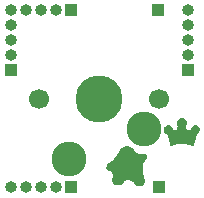
<source format=gts>
G04 #@! TF.GenerationSoftware,KiCad,Pcbnew,5.1.5*
G04 #@! TF.CreationDate,2020-05-19T10:20:19+02:00*
G04 #@! TF.ProjectId,amoeba-king,616d6f65-6261-42d6-9b69-6e672e6b6963,rev?*
G04 #@! TF.SameCoordinates,Original*
G04 #@! TF.FileFunction,Soldermask,Top*
G04 #@! TF.FilePolarity,Negative*
%FSLAX46Y46*%
G04 Gerber Fmt 4.6, Leading zero omitted, Abs format (unit mm)*
G04 Created by KiCad (PCBNEW 5.1.5) date 2020-05-19 10:20:19*
%MOMM*%
%LPD*%
G04 APERTURE LIST*
%ADD10C,0.150000*%
%ADD11C,0.131817*%
%ADD12C,3.980180*%
%ADD13C,2.950000*%
%ADD14C,1.700000*%
%ADD15R,1.000000X1.000000*%
%ADD16O,1.000000X1.000000*%
G04 APERTURE END LIST*
D10*
G36*
X77746268Y-172675889D02*
G01*
X77717170Y-172676598D01*
X77688135Y-172678726D01*
X77659163Y-172682273D01*
X77630253Y-172687238D01*
X77601407Y-172693622D01*
X77572624Y-172701425D01*
X77543904Y-172710646D01*
X77515247Y-172721286D01*
X77486653Y-172733345D01*
X77458122Y-172746822D01*
X77429655Y-172761718D01*
X77401250Y-172778033D01*
X77372909Y-172795766D01*
X77344630Y-172814917D01*
X77320225Y-172833594D01*
X77296479Y-172854622D01*
X77273452Y-172877630D01*
X77251204Y-172902249D01*
X77229795Y-172928109D01*
X77209282Y-172954841D01*
X77189727Y-172982074D01*
X77171187Y-173009439D01*
X77153724Y-173036567D01*
X77137395Y-173063087D01*
X77122260Y-173088629D01*
X77108379Y-173112824D01*
X77095812Y-173135303D01*
X77084616Y-173155694D01*
X77074853Y-173173629D01*
X77066581Y-173188738D01*
X77043263Y-173230402D01*
X77020192Y-173270649D01*
X76997368Y-173309510D01*
X76974792Y-173347014D01*
X76952465Y-173383191D01*
X76930388Y-173418069D01*
X76908561Y-173451678D01*
X76886986Y-173484048D01*
X76865662Y-173515207D01*
X76844592Y-173545186D01*
X76823776Y-173574014D01*
X76803214Y-173601720D01*
X76782908Y-173628333D01*
X76762858Y-173653884D01*
X76743065Y-173678400D01*
X76723530Y-173701912D01*
X76704253Y-173724450D01*
X76685236Y-173746042D01*
X76666480Y-173766718D01*
X76647985Y-173786507D01*
X76629751Y-173805439D01*
X76611781Y-173823543D01*
X76594074Y-173840848D01*
X76576631Y-173857385D01*
X76559454Y-173873181D01*
X76542543Y-173888268D01*
X76525899Y-173902673D01*
X76509522Y-173916427D01*
X76493414Y-173929559D01*
X76477575Y-173942098D01*
X76462007Y-173954074D01*
X76446709Y-173965516D01*
X76431684Y-173976454D01*
X76416930Y-173986916D01*
X76402451Y-173996933D01*
X76388245Y-174006533D01*
X76374315Y-174015746D01*
X76360661Y-174024602D01*
X76347283Y-174033130D01*
X76334183Y-174041359D01*
X76321361Y-174049319D01*
X76308818Y-174057039D01*
X76296555Y-174064548D01*
X76284573Y-174071876D01*
X76272873Y-174079053D01*
X76261455Y-174086107D01*
X76250320Y-174093068D01*
X76239470Y-174099966D01*
X76228904Y-174106830D01*
X76218624Y-174113688D01*
X76208630Y-174120572D01*
X76198924Y-174127509D01*
X76189506Y-174134530D01*
X76180377Y-174141664D01*
X76171538Y-174148940D01*
X76162989Y-174156388D01*
X76154732Y-174164037D01*
X76146767Y-174171916D01*
X76139095Y-174180056D01*
X76131717Y-174188484D01*
X76124634Y-174197231D01*
X76117846Y-174206326D01*
X76111355Y-174215799D01*
X76105160Y-174225678D01*
X76099264Y-174235994D01*
X76093667Y-174246775D01*
X76088369Y-174258052D01*
X76083371Y-174269852D01*
X76078675Y-174282207D01*
X76074281Y-174295145D01*
X76070189Y-174308696D01*
X76066402Y-174322888D01*
X76062918Y-174337752D01*
X76059741Y-174353317D01*
X76056869Y-174369612D01*
X76054304Y-174386667D01*
X76052047Y-174404510D01*
X76050099Y-174423173D01*
X76048460Y-174442683D01*
X76047131Y-174463070D01*
X76046114Y-174484364D01*
X76045408Y-174506593D01*
X76045015Y-174529789D01*
X76045406Y-174547751D01*
X76046522Y-174564583D01*
X76048339Y-174580326D01*
X76050835Y-174595021D01*
X76053986Y-174608710D01*
X76057768Y-174621436D01*
X76062160Y-174633239D01*
X76067138Y-174644161D01*
X76072679Y-174654244D01*
X76078760Y-174663530D01*
X76085357Y-174672060D01*
X76092448Y-174679877D01*
X76100010Y-174687021D01*
X76108019Y-174693534D01*
X76116452Y-174699459D01*
X76125287Y-174704837D01*
X76134500Y-174709709D01*
X76144069Y-174714118D01*
X76153969Y-174718104D01*
X76164179Y-174721711D01*
X76174674Y-174724978D01*
X76185432Y-174727949D01*
X76196431Y-174730664D01*
X76207646Y-174733166D01*
X76219054Y-174735496D01*
X76230633Y-174737695D01*
X76242360Y-174739807D01*
X76254211Y-174741871D01*
X76266163Y-174743931D01*
X76278193Y-174746027D01*
X76290279Y-174748201D01*
X76302397Y-174750496D01*
X76314524Y-174752952D01*
X76326637Y-174755611D01*
X76338712Y-174758516D01*
X76350728Y-174761707D01*
X76362660Y-174765227D01*
X76374485Y-174769117D01*
X76386182Y-174773419D01*
X76397725Y-174778175D01*
X76409094Y-174783426D01*
X76420263Y-174789214D01*
X76431211Y-174795580D01*
X76441913Y-174802567D01*
X76452348Y-174810216D01*
X76462492Y-174818569D01*
X76472322Y-174827667D01*
X76481814Y-174837552D01*
X76490947Y-174848266D01*
X76499696Y-174859851D01*
X76508038Y-174872348D01*
X76515952Y-174885799D01*
X76523412Y-174900246D01*
X76530397Y-174915730D01*
X76536883Y-174932292D01*
X76542848Y-174949976D01*
X76548267Y-174968822D01*
X76553119Y-174988872D01*
X76557380Y-175010168D01*
X76561026Y-175032752D01*
X76564035Y-175056665D01*
X76566384Y-175081948D01*
X76568050Y-175108644D01*
X76569009Y-175136795D01*
X76569239Y-175166441D01*
X76568716Y-175197626D01*
X76567418Y-175230389D01*
X76565321Y-175264774D01*
X76562402Y-175300821D01*
X76558638Y-175338573D01*
X76554006Y-175378071D01*
X76549353Y-175415896D01*
X76545331Y-175451190D01*
X76542085Y-175484207D01*
X76539757Y-175515200D01*
X76538492Y-175544424D01*
X76538431Y-175572131D01*
X76539720Y-175598576D01*
X76542500Y-175624013D01*
X76546917Y-175648695D01*
X76553112Y-175672876D01*
X76561230Y-175696810D01*
X76571413Y-175720750D01*
X76583806Y-175744951D01*
X76598551Y-175769667D01*
X76615792Y-175795150D01*
X76634343Y-175819838D01*
X76653745Y-175842824D01*
X76673999Y-175864107D01*
X76695104Y-175883688D01*
X76717060Y-175901566D01*
X76739867Y-175917741D01*
X76763526Y-175932214D01*
X76788036Y-175944984D01*
X76813398Y-175956052D01*
X76839611Y-175965416D01*
X76866675Y-175973078D01*
X76894590Y-175979038D01*
X76923357Y-175983295D01*
X76952975Y-175985849D01*
X76983445Y-175986700D01*
X77051415Y-175986700D01*
X77083076Y-175985934D01*
X77114022Y-175983636D01*
X77144252Y-175979807D01*
X77173768Y-175974445D01*
X77202569Y-175967551D01*
X77230655Y-175959126D01*
X77258026Y-175949168D01*
X77284682Y-175937678D01*
X77310623Y-175924657D01*
X77335850Y-175910103D01*
X77360362Y-175894017D01*
X77385294Y-175876098D01*
X77408187Y-175856943D01*
X77429041Y-175836551D01*
X77447857Y-175814924D01*
X77464633Y-175792061D01*
X77479370Y-175767962D01*
X77492068Y-175742627D01*
X77502726Y-175716057D01*
X77511346Y-175688251D01*
X77517927Y-175659209D01*
X77542578Y-175643685D01*
X77567500Y-175629314D01*
X77592676Y-175616099D01*
X77618090Y-175604042D01*
X77643727Y-175593148D01*
X77669571Y-175583418D01*
X77695607Y-175574854D01*
X77721817Y-175567460D01*
X77748187Y-175561239D01*
X77774701Y-175556192D01*
X77801343Y-175552324D01*
X77828098Y-175549635D01*
X77854949Y-175548130D01*
X77881880Y-175547810D01*
X77908877Y-175548679D01*
X77935923Y-175550739D01*
X77963002Y-175553993D01*
X77990099Y-175558444D01*
X78017198Y-175564093D01*
X78044283Y-175570945D01*
X78071338Y-175579001D01*
X78098348Y-175588265D01*
X78125296Y-175598738D01*
X78152168Y-175610424D01*
X78178947Y-175623326D01*
X78205617Y-175637445D01*
X78232163Y-175652786D01*
X78258569Y-175669350D01*
X78284819Y-175687140D01*
X78310897Y-175706158D01*
X78336788Y-175726409D01*
X78362476Y-175747893D01*
X78368501Y-175774618D01*
X78376689Y-175800415D01*
X78387039Y-175825286D01*
X78399552Y-175849230D01*
X78414227Y-175872247D01*
X78431064Y-175894337D01*
X78450065Y-175915501D01*
X78471227Y-175935737D01*
X78494553Y-175955047D01*
X78520041Y-175973430D01*
X78544974Y-175991039D01*
X78570338Y-176006795D01*
X78596135Y-176020698D01*
X78622365Y-176032747D01*
X78649027Y-176042942D01*
X78676122Y-176051283D01*
X78703650Y-176057771D01*
X78731609Y-176062405D01*
X78760002Y-176065185D01*
X78788827Y-176066112D01*
X78856797Y-176066112D01*
X78886909Y-176065233D01*
X78916280Y-176062597D01*
X78944909Y-176058203D01*
X78972797Y-176052052D01*
X78999944Y-176044143D01*
X79026349Y-176034476D01*
X79052012Y-176023052D01*
X79076934Y-176009870D01*
X79101114Y-175994931D01*
X79124553Y-175978234D01*
X79147251Y-175959779D01*
X79169207Y-175939567D01*
X79190421Y-175917598D01*
X79210895Y-175893870D01*
X79230626Y-175868386D01*
X79248029Y-175843809D01*
X79263918Y-175820850D01*
X79278191Y-175799042D01*
X79290747Y-175777919D01*
X79301483Y-175757015D01*
X79310296Y-175735864D01*
X79317085Y-175713999D01*
X79321747Y-175690955D01*
X79324180Y-175666266D01*
X79324281Y-175639466D01*
X79321949Y-175610088D01*
X79317080Y-175577667D01*
X79309573Y-175541737D01*
X79299326Y-175501831D01*
X79286236Y-175457483D01*
X79270862Y-175407373D01*
X79256277Y-175358366D01*
X79242468Y-175310448D01*
X79229422Y-175263603D01*
X79217126Y-175217819D01*
X79205566Y-175173079D01*
X79194729Y-175129371D01*
X79184602Y-175086678D01*
X79175171Y-175044988D01*
X79166423Y-175004284D01*
X79158345Y-174964554D01*
X79150924Y-174925783D01*
X79144146Y-174887955D01*
X79137998Y-174851057D01*
X79132467Y-174815074D01*
X79127539Y-174779991D01*
X79123202Y-174745795D01*
X79119441Y-174712471D01*
X79116244Y-174680004D01*
X79113597Y-174648380D01*
X79111488Y-174617584D01*
X79109902Y-174587602D01*
X79108827Y-174558420D01*
X79108249Y-174530023D01*
X79108155Y-174502396D01*
X79108532Y-174475526D01*
X79109366Y-174449397D01*
X79110644Y-174423996D01*
X79112353Y-174399307D01*
X79114480Y-174375317D01*
X79117011Y-174352010D01*
X79119932Y-174329373D01*
X79123232Y-174307391D01*
X79126896Y-174286049D01*
X79130912Y-174265334D01*
X79135265Y-174245230D01*
X79139943Y-174225723D01*
X79144932Y-174206799D01*
X79150219Y-174188443D01*
X79155791Y-174170641D01*
X79161635Y-174153378D01*
X79167736Y-174136640D01*
X79174083Y-174120413D01*
X79180661Y-174104682D01*
X79187458Y-174089432D01*
X79194460Y-174074649D01*
X79201654Y-174060319D01*
X79209026Y-174046427D01*
X79216564Y-174032958D01*
X79224253Y-174019899D01*
X79232082Y-174007235D01*
X79240035Y-173994951D01*
X79248101Y-173983033D01*
X79256266Y-173971467D01*
X79264516Y-173960237D01*
X79272839Y-173949331D01*
X79281221Y-173938732D01*
X79289648Y-173928426D01*
X79298108Y-173918400D01*
X79306588Y-173908639D01*
X79315073Y-173899128D01*
X79323551Y-173889853D01*
X79332008Y-173880799D01*
X79340431Y-173871952D01*
X79348807Y-173863298D01*
X79357123Y-173854821D01*
X79365365Y-173846508D01*
X79373520Y-173838345D01*
X79381574Y-173830315D01*
X79389515Y-173822407D01*
X79397330Y-173814603D01*
X79405004Y-173806891D01*
X79412524Y-173799256D01*
X79419878Y-173791684D01*
X79427052Y-173784159D01*
X79434033Y-173776668D01*
X79440807Y-173769195D01*
X79447362Y-173761728D01*
X79453683Y-173754250D01*
X79459758Y-173746748D01*
X79465574Y-173739208D01*
X79471116Y-173731614D01*
X79476372Y-173723952D01*
X79481329Y-173716208D01*
X79485973Y-173708368D01*
X79490291Y-173700416D01*
X79494270Y-173692339D01*
X79497896Y-173684123D01*
X79501156Y-173675751D01*
X79504037Y-173667211D01*
X79506526Y-173658488D01*
X79508609Y-173649566D01*
X79510273Y-173640433D01*
X79511505Y-173631072D01*
X79512291Y-173621471D01*
X79512618Y-173611614D01*
X79512473Y-173601487D01*
X79511843Y-173591076D01*
X79510715Y-173580365D01*
X79509074Y-173569341D01*
X79506908Y-173557990D01*
X79504204Y-173546296D01*
X79500947Y-173534245D01*
X79497126Y-173521823D01*
X79492727Y-173509015D01*
X79482454Y-173482742D01*
X79471365Y-173458495D01*
X79459488Y-173436195D01*
X79446848Y-173415768D01*
X79433474Y-173397137D01*
X79419393Y-173380225D01*
X79404631Y-173364955D01*
X79389216Y-173351252D01*
X79373176Y-173339038D01*
X79356537Y-173328236D01*
X79339327Y-173318772D01*
X79321573Y-173310567D01*
X79303302Y-173303546D01*
X79284541Y-173297632D01*
X79265317Y-173292748D01*
X79245658Y-173288818D01*
X79225591Y-173285766D01*
X79205143Y-173283514D01*
X79184342Y-173281987D01*
X79163214Y-173281107D01*
X79141786Y-173280798D01*
X79120087Y-173280985D01*
X79098142Y-173281589D01*
X79075980Y-173282536D01*
X79053627Y-173283747D01*
X79031111Y-173285147D01*
X79008459Y-173286659D01*
X78985698Y-173288207D01*
X78962855Y-173289714D01*
X78939958Y-173291104D01*
X78917034Y-173292299D01*
X78894109Y-173293224D01*
X78871212Y-173293802D01*
X78848368Y-173293957D01*
X78825607Y-173293611D01*
X78802954Y-173292689D01*
X78780437Y-173291114D01*
X78758083Y-173288809D01*
X78735919Y-173285698D01*
X78713973Y-173281704D01*
X78692272Y-173276751D01*
X78670843Y-173270762D01*
X78649713Y-173263662D01*
X78628909Y-173255372D01*
X78608458Y-173245817D01*
X78588389Y-173234920D01*
X78568727Y-173222605D01*
X78549501Y-173208795D01*
X78530737Y-173193414D01*
X78512462Y-173176385D01*
X78500809Y-173163259D01*
X78488229Y-173146422D01*
X78474708Y-173126369D01*
X78460234Y-173103593D01*
X78444793Y-173078590D01*
X78428373Y-173051855D01*
X78410961Y-173023882D01*
X78392544Y-172995166D01*
X78373109Y-172966202D01*
X78352643Y-172937485D01*
X78331134Y-172909509D01*
X78308568Y-172882770D01*
X78284934Y-172857761D01*
X78260217Y-172834979D01*
X78234405Y-172814916D01*
X78205717Y-172795765D01*
X78177029Y-172778032D01*
X78148341Y-172761717D01*
X78119653Y-172746821D01*
X78090965Y-172733344D01*
X78062277Y-172721285D01*
X78033590Y-172710645D01*
X78004902Y-172701424D01*
X77976214Y-172693621D01*
X77947527Y-172687237D01*
X77918839Y-172682272D01*
X77890151Y-172678725D01*
X77861463Y-172676597D01*
X77832775Y-172675888D01*
X77746268Y-172675889D01*
G37*
D11*
G36*
X82429201Y-170359886D02*
G01*
X82404827Y-170360781D01*
X82380940Y-170363427D01*
X82357602Y-170367758D01*
X82334876Y-170373713D01*
X82312827Y-170381228D01*
X82291517Y-170390240D01*
X82271009Y-170400686D01*
X82251367Y-170412502D01*
X82232653Y-170425626D01*
X82214931Y-170439994D01*
X82198264Y-170455543D01*
X82182715Y-170472210D01*
X82168347Y-170489932D01*
X82155223Y-170508646D01*
X82143406Y-170528289D01*
X82132961Y-170548796D01*
X82123949Y-170570107D01*
X82116434Y-170592156D01*
X82110479Y-170614881D01*
X82106147Y-170638219D01*
X82103502Y-170662107D01*
X82102606Y-170686481D01*
X82103662Y-170712493D01*
X82106763Y-170738196D01*
X82111868Y-170763476D01*
X82118933Y-170788220D01*
X82127917Y-170812313D01*
X82138777Y-170835642D01*
X82151470Y-170858093D01*
X82165955Y-170879552D01*
X82182188Y-170899904D01*
X82176454Y-170926738D01*
X82170666Y-170953641D01*
X82164765Y-170980526D01*
X82158691Y-171007310D01*
X82152384Y-171033906D01*
X82145784Y-171060228D01*
X82138832Y-171086191D01*
X82131469Y-171111709D01*
X82123634Y-171136696D01*
X82115267Y-171161068D01*
X82106310Y-171184737D01*
X82096703Y-171207620D01*
X82086385Y-171229629D01*
X82075296Y-171250679D01*
X82063379Y-171270685D01*
X82050572Y-171289562D01*
X82036816Y-171307222D01*
X82022051Y-171323582D01*
X82006218Y-171338554D01*
X81989257Y-171352054D01*
X81971108Y-171363996D01*
X81951711Y-171374294D01*
X81917367Y-171385626D01*
X81885451Y-171393650D01*
X81855827Y-171398624D01*
X81828357Y-171400806D01*
X81802905Y-171400453D01*
X81779333Y-171397822D01*
X81757505Y-171393172D01*
X81737284Y-171386759D01*
X81718532Y-171378840D01*
X81701113Y-171369675D01*
X81684889Y-171359519D01*
X81669725Y-171348630D01*
X81655482Y-171337266D01*
X81642023Y-171325685D01*
X81629213Y-171314144D01*
X81616913Y-171302899D01*
X81604986Y-171292210D01*
X81593297Y-171282332D01*
X81581707Y-171273525D01*
X81580707Y-171248773D01*
X81577757Y-171224573D01*
X81572936Y-171201001D01*
X81566322Y-171178136D01*
X81557991Y-171156055D01*
X81548022Y-171134835D01*
X81536492Y-171114555D01*
X81523479Y-171095292D01*
X81509061Y-171077123D01*
X81493315Y-171060127D01*
X81476319Y-171044381D01*
X81458150Y-171029963D01*
X81438887Y-171016950D01*
X81418607Y-171005420D01*
X81397387Y-170995451D01*
X81375306Y-170987120D01*
X81352441Y-170980505D01*
X81328869Y-170975685D01*
X81304668Y-170972735D01*
X81279917Y-170971735D01*
X81255165Y-170972735D01*
X81230965Y-170975685D01*
X81207393Y-170980505D01*
X81184528Y-170987120D01*
X81162446Y-170995451D01*
X81141227Y-171005420D01*
X81120947Y-171016950D01*
X81101683Y-171029963D01*
X81083515Y-171044381D01*
X81066519Y-171060127D01*
X81050773Y-171077123D01*
X81036355Y-171095292D01*
X81023342Y-171114555D01*
X81011812Y-171134835D01*
X81001843Y-171156055D01*
X80993512Y-171178136D01*
X80986897Y-171201001D01*
X80982076Y-171224573D01*
X80979127Y-171248773D01*
X80978127Y-171273525D01*
X80979127Y-171298276D01*
X80982076Y-171322477D01*
X80986897Y-171346049D01*
X80993512Y-171368914D01*
X81001843Y-171390995D01*
X81011812Y-171412215D01*
X81023342Y-171432495D01*
X81036355Y-171451758D01*
X81050773Y-171469927D01*
X81066519Y-171486923D01*
X81083515Y-171502669D01*
X81101683Y-171517087D01*
X81120947Y-171530100D01*
X81141227Y-171541630D01*
X81162446Y-171551599D01*
X81184528Y-171559930D01*
X81207393Y-171566545D01*
X81230965Y-171571365D01*
X81255165Y-171574315D01*
X81279917Y-171575315D01*
X81295163Y-171607310D01*
X81306809Y-171633836D01*
X81315417Y-171655756D01*
X81321548Y-171673937D01*
X81325765Y-171689243D01*
X81328628Y-171702539D01*
X81330699Y-171714691D01*
X81332540Y-171726562D01*
X81334713Y-171739018D01*
X81337778Y-171752925D01*
X81342298Y-171769146D01*
X81348834Y-171788547D01*
X81357948Y-171811993D01*
X81362766Y-171837601D01*
X81368029Y-171863925D01*
X81373697Y-171890881D01*
X81379728Y-171918384D01*
X81386082Y-171946350D01*
X81392716Y-171974692D01*
X81399590Y-172003327D01*
X81406663Y-172032169D01*
X81413893Y-172061134D01*
X81421239Y-172090136D01*
X81428659Y-172119092D01*
X81436113Y-172147915D01*
X81443559Y-172176521D01*
X81450956Y-172204826D01*
X81458263Y-172232744D01*
X81465438Y-172260190D01*
X81472440Y-172287080D01*
X81479228Y-172313329D01*
X81485761Y-172338851D01*
X81491997Y-172363563D01*
X81497895Y-172387378D01*
X81503414Y-172410213D01*
X81508512Y-172431982D01*
X81513149Y-172452600D01*
X81517283Y-172471983D01*
X81520872Y-172490046D01*
X81523877Y-172506703D01*
X81526254Y-172521871D01*
X81527964Y-172535463D01*
X81552744Y-172527915D01*
X81577106Y-172520458D01*
X81601092Y-172513101D01*
X81624740Y-172505854D01*
X81648091Y-172498725D01*
X81671184Y-172491722D01*
X81694058Y-172484855D01*
X81716755Y-172478133D01*
X81739313Y-172471564D01*
X81761772Y-172465157D01*
X81784172Y-172458921D01*
X81806553Y-172452866D01*
X81828955Y-172446998D01*
X81851417Y-172441329D01*
X81873979Y-172435865D01*
X81896681Y-172430617D01*
X81919562Y-172425593D01*
X81942663Y-172420802D01*
X81966023Y-172416252D01*
X81989683Y-172411953D01*
X82013681Y-172407913D01*
X82038057Y-172404142D01*
X82062852Y-172400647D01*
X82088105Y-172397439D01*
X82113856Y-172394525D01*
X82140144Y-172391914D01*
X82167010Y-172389616D01*
X82194493Y-172387639D01*
X82222633Y-172385992D01*
X82251470Y-172384684D01*
X82281043Y-172383723D01*
X82311393Y-172383119D01*
X82342558Y-172382881D01*
X82374580Y-172383016D01*
X82407497Y-172383535D01*
X82439180Y-172383847D01*
X82470240Y-172384406D01*
X82500700Y-172385209D01*
X82530583Y-172386254D01*
X82559910Y-172387537D01*
X82588706Y-172389056D01*
X82616992Y-172390810D01*
X82644792Y-172392795D01*
X82672129Y-172395010D01*
X82699025Y-172397451D01*
X82725502Y-172400116D01*
X82751584Y-172403003D01*
X82777294Y-172406110D01*
X82802654Y-172409433D01*
X82827687Y-172412971D01*
X82852416Y-172416721D01*
X82876864Y-172420681D01*
X82901052Y-172424848D01*
X82925006Y-172429219D01*
X82948746Y-172433792D01*
X82972295Y-172438566D01*
X82995678Y-172443537D01*
X83018915Y-172448702D01*
X83042031Y-172454060D01*
X83065048Y-172459608D01*
X83087988Y-172465344D01*
X83110875Y-172471265D01*
X83133731Y-172477368D01*
X83156578Y-172483652D01*
X83179441Y-172490113D01*
X83202341Y-172496750D01*
X83225302Y-172503559D01*
X83248345Y-172510539D01*
X83271495Y-172517687D01*
X83294773Y-172525001D01*
X83318203Y-172532477D01*
X83341807Y-172540114D01*
X83344335Y-172525936D01*
X83347771Y-172510307D01*
X83352051Y-172493305D01*
X83357112Y-172475011D01*
X83362889Y-172455504D01*
X83369320Y-172434863D01*
X83376340Y-172413167D01*
X83383887Y-172390496D01*
X83391897Y-172366929D01*
X83400305Y-172342545D01*
X83409050Y-172317424D01*
X83418066Y-172291644D01*
X83427291Y-172265285D01*
X83436661Y-172238427D01*
X83446112Y-172211149D01*
X83455582Y-172183530D01*
X83465005Y-172155649D01*
X83474320Y-172127586D01*
X83483462Y-172099419D01*
X83492367Y-172071229D01*
X83500973Y-172043094D01*
X83509215Y-172015095D01*
X83517030Y-171987309D01*
X83524355Y-171959817D01*
X83531126Y-171932697D01*
X83537279Y-171906030D01*
X83542751Y-171879894D01*
X83547479Y-171854368D01*
X83554597Y-171822179D01*
X83561665Y-171792340D01*
X83568694Y-171764731D01*
X83575692Y-171739233D01*
X83582671Y-171715727D01*
X83589640Y-171694094D01*
X83596610Y-171674214D01*
X83603590Y-171655970D01*
X83610591Y-171639240D01*
X83617622Y-171623907D01*
X83624694Y-171609851D01*
X83631817Y-171596953D01*
X83639001Y-171585093D01*
X83646256Y-171574153D01*
X83653591Y-171564014D01*
X83661018Y-171554556D01*
X83668547Y-171545660D01*
X83676186Y-171537207D01*
X83683947Y-171529077D01*
X83691840Y-171521153D01*
X83699873Y-171513313D01*
X83708059Y-171505441D01*
X83716406Y-171497415D01*
X83724925Y-171489117D01*
X83733626Y-171480428D01*
X83742519Y-171471229D01*
X83751614Y-171461400D01*
X83760921Y-171450823D01*
X83770450Y-171439378D01*
X83780211Y-171426946D01*
X83790215Y-171413407D01*
X83800471Y-171398644D01*
X83810990Y-171382536D01*
X83821781Y-171364964D01*
X83832855Y-171345810D01*
X83844222Y-171324954D01*
X83855891Y-171302277D01*
X83867873Y-171277659D01*
X83866873Y-171252908D01*
X83863924Y-171228707D01*
X83859103Y-171205135D01*
X83852488Y-171182270D01*
X83844157Y-171160189D01*
X83834188Y-171138969D01*
X83822658Y-171118689D01*
X83809645Y-171099426D01*
X83795227Y-171081257D01*
X83779481Y-171064261D01*
X83762485Y-171048515D01*
X83744317Y-171034097D01*
X83725053Y-171021084D01*
X83704773Y-171009554D01*
X83683554Y-170999585D01*
X83661472Y-170991254D01*
X83638607Y-170984640D01*
X83615035Y-170979819D01*
X83590835Y-170976869D01*
X83566083Y-170975869D01*
X83541332Y-170976869D01*
X83517131Y-170979819D01*
X83493559Y-170984640D01*
X83470694Y-170991254D01*
X83448613Y-170999585D01*
X83427393Y-171009554D01*
X83407113Y-171021084D01*
X83387850Y-171034097D01*
X83369681Y-171048515D01*
X83352685Y-171064261D01*
X83336939Y-171081257D01*
X83322521Y-171099426D01*
X83309508Y-171118689D01*
X83297978Y-171138969D01*
X83288009Y-171160189D01*
X83279678Y-171182270D01*
X83273064Y-171205135D01*
X83268243Y-171228707D01*
X83265293Y-171252908D01*
X83264293Y-171277659D01*
X83263198Y-171302304D01*
X83259579Y-171323960D01*
X83253596Y-171342797D01*
X83245412Y-171358989D01*
X83235186Y-171372706D01*
X83223079Y-171384120D01*
X83209253Y-171393404D01*
X83193868Y-171400728D01*
X83177086Y-171406266D01*
X83159067Y-171410189D01*
X83139972Y-171412668D01*
X83119963Y-171413875D01*
X83099199Y-171413983D01*
X83077843Y-171413163D01*
X83056054Y-171411587D01*
X83033994Y-171409427D01*
X83011825Y-171406854D01*
X82989706Y-171404041D01*
X82967798Y-171401159D01*
X82946264Y-171398380D01*
X82925262Y-171395876D01*
X82904956Y-171393819D01*
X82885505Y-171392381D01*
X82866984Y-171381819D01*
X82849737Y-171369725D01*
X82833702Y-171356178D01*
X82818821Y-171341254D01*
X82805035Y-171325032D01*
X82792283Y-171307589D01*
X82780507Y-171289003D01*
X82769647Y-171269350D01*
X82759643Y-171248709D01*
X82750436Y-171227158D01*
X82741966Y-171204773D01*
X82734175Y-171181632D01*
X82727002Y-171157813D01*
X82720388Y-171133393D01*
X82714274Y-171108451D01*
X82708600Y-171083063D01*
X82703307Y-171057307D01*
X82698336Y-171031261D01*
X82693626Y-171005001D01*
X82689118Y-170978607D01*
X82684754Y-170952155D01*
X82680472Y-170925723D01*
X82676215Y-170899388D01*
X82692414Y-170879082D01*
X82706872Y-170857675D01*
X82719547Y-170835280D01*
X82730397Y-170812009D01*
X82739381Y-170787976D01*
X82746455Y-170763293D01*
X82751577Y-170738075D01*
X82754705Y-170712433D01*
X82755797Y-170686481D01*
X82754901Y-170662107D01*
X82752256Y-170638219D01*
X82747924Y-170614881D01*
X82741969Y-170592156D01*
X82734454Y-170570107D01*
X82725442Y-170548796D01*
X82714997Y-170528289D01*
X82703180Y-170508646D01*
X82690057Y-170489932D01*
X82675689Y-170472210D01*
X82660139Y-170455543D01*
X82643472Y-170439994D01*
X82625750Y-170425626D01*
X82607036Y-170412502D01*
X82587394Y-170400686D01*
X82566886Y-170390240D01*
X82545576Y-170381228D01*
X82523527Y-170373713D01*
X82500802Y-170367758D01*
X82477464Y-170363427D01*
X82453576Y-170360781D01*
X82429202Y-170359886D01*
X82429201Y-170359886D01*
G37*
X82429201Y-170359886D02*
X82404827Y-170360781D01*
X82380940Y-170363427D01*
X82357602Y-170367758D01*
X82334876Y-170373713D01*
X82312827Y-170381228D01*
X82291517Y-170390240D01*
X82271009Y-170400686D01*
X82251367Y-170412502D01*
X82232653Y-170425626D01*
X82214931Y-170439994D01*
X82198264Y-170455543D01*
X82182715Y-170472210D01*
X82168347Y-170489932D01*
X82155223Y-170508646D01*
X82143406Y-170528289D01*
X82132961Y-170548796D01*
X82123949Y-170570107D01*
X82116434Y-170592156D01*
X82110479Y-170614881D01*
X82106147Y-170638219D01*
X82103502Y-170662107D01*
X82102606Y-170686481D01*
X82103662Y-170712493D01*
X82106763Y-170738196D01*
X82111868Y-170763476D01*
X82118933Y-170788220D01*
X82127917Y-170812313D01*
X82138777Y-170835642D01*
X82151470Y-170858093D01*
X82165955Y-170879552D01*
X82182188Y-170899904D01*
X82176454Y-170926738D01*
X82170666Y-170953641D01*
X82164765Y-170980526D01*
X82158691Y-171007310D01*
X82152384Y-171033906D01*
X82145784Y-171060228D01*
X82138832Y-171086191D01*
X82131469Y-171111709D01*
X82123634Y-171136696D01*
X82115267Y-171161068D01*
X82106310Y-171184737D01*
X82096703Y-171207620D01*
X82086385Y-171229629D01*
X82075296Y-171250679D01*
X82063379Y-171270685D01*
X82050572Y-171289562D01*
X82036816Y-171307222D01*
X82022051Y-171323582D01*
X82006218Y-171338554D01*
X81989257Y-171352054D01*
X81971108Y-171363996D01*
X81951711Y-171374294D01*
X81917367Y-171385626D01*
X81885451Y-171393650D01*
X81855827Y-171398624D01*
X81828357Y-171400806D01*
X81802905Y-171400453D01*
X81779333Y-171397822D01*
X81757505Y-171393172D01*
X81737284Y-171386759D01*
X81718532Y-171378840D01*
X81701113Y-171369675D01*
X81684889Y-171359519D01*
X81669725Y-171348630D01*
X81655482Y-171337266D01*
X81642023Y-171325685D01*
X81629213Y-171314144D01*
X81616913Y-171302899D01*
X81604986Y-171292210D01*
X81593297Y-171282332D01*
X81581707Y-171273525D01*
X81580707Y-171248773D01*
X81577757Y-171224573D01*
X81572936Y-171201001D01*
X81566322Y-171178136D01*
X81557991Y-171156055D01*
X81548022Y-171134835D01*
X81536492Y-171114555D01*
X81523479Y-171095292D01*
X81509061Y-171077123D01*
X81493315Y-171060127D01*
X81476319Y-171044381D01*
X81458150Y-171029963D01*
X81438887Y-171016950D01*
X81418607Y-171005420D01*
X81397387Y-170995451D01*
X81375306Y-170987120D01*
X81352441Y-170980505D01*
X81328869Y-170975685D01*
X81304668Y-170972735D01*
X81279917Y-170971735D01*
X81255165Y-170972735D01*
X81230965Y-170975685D01*
X81207393Y-170980505D01*
X81184528Y-170987120D01*
X81162446Y-170995451D01*
X81141227Y-171005420D01*
X81120947Y-171016950D01*
X81101683Y-171029963D01*
X81083515Y-171044381D01*
X81066519Y-171060127D01*
X81050773Y-171077123D01*
X81036355Y-171095292D01*
X81023342Y-171114555D01*
X81011812Y-171134835D01*
X81001843Y-171156055D01*
X80993512Y-171178136D01*
X80986897Y-171201001D01*
X80982076Y-171224573D01*
X80979127Y-171248773D01*
X80978127Y-171273525D01*
X80979127Y-171298276D01*
X80982076Y-171322477D01*
X80986897Y-171346049D01*
X80993512Y-171368914D01*
X81001843Y-171390995D01*
X81011812Y-171412215D01*
X81023342Y-171432495D01*
X81036355Y-171451758D01*
X81050773Y-171469927D01*
X81066519Y-171486923D01*
X81083515Y-171502669D01*
X81101683Y-171517087D01*
X81120947Y-171530100D01*
X81141227Y-171541630D01*
X81162446Y-171551599D01*
X81184528Y-171559930D01*
X81207393Y-171566545D01*
X81230965Y-171571365D01*
X81255165Y-171574315D01*
X81279917Y-171575315D01*
X81295163Y-171607310D01*
X81306809Y-171633836D01*
X81315417Y-171655756D01*
X81321548Y-171673937D01*
X81325765Y-171689243D01*
X81328628Y-171702539D01*
X81330699Y-171714691D01*
X81332540Y-171726562D01*
X81334713Y-171739018D01*
X81337778Y-171752925D01*
X81342298Y-171769146D01*
X81348834Y-171788547D01*
X81357948Y-171811993D01*
X81362766Y-171837601D01*
X81368029Y-171863925D01*
X81373697Y-171890881D01*
X81379728Y-171918384D01*
X81386082Y-171946350D01*
X81392716Y-171974692D01*
X81399590Y-172003327D01*
X81406663Y-172032169D01*
X81413893Y-172061134D01*
X81421239Y-172090136D01*
X81428659Y-172119092D01*
X81436113Y-172147915D01*
X81443559Y-172176521D01*
X81450956Y-172204826D01*
X81458263Y-172232744D01*
X81465438Y-172260190D01*
X81472440Y-172287080D01*
X81479228Y-172313329D01*
X81485761Y-172338851D01*
X81491997Y-172363563D01*
X81497895Y-172387378D01*
X81503414Y-172410213D01*
X81508512Y-172431982D01*
X81513149Y-172452600D01*
X81517283Y-172471983D01*
X81520872Y-172490046D01*
X81523877Y-172506703D01*
X81526254Y-172521871D01*
X81527964Y-172535463D01*
X81552744Y-172527915D01*
X81577106Y-172520458D01*
X81601092Y-172513101D01*
X81624740Y-172505854D01*
X81648091Y-172498725D01*
X81671184Y-172491722D01*
X81694058Y-172484855D01*
X81716755Y-172478133D01*
X81739313Y-172471564D01*
X81761772Y-172465157D01*
X81784172Y-172458921D01*
X81806553Y-172452866D01*
X81828955Y-172446998D01*
X81851417Y-172441329D01*
X81873979Y-172435865D01*
X81896681Y-172430617D01*
X81919562Y-172425593D01*
X81942663Y-172420802D01*
X81966023Y-172416252D01*
X81989683Y-172411953D01*
X82013681Y-172407913D01*
X82038057Y-172404142D01*
X82062852Y-172400647D01*
X82088105Y-172397439D01*
X82113856Y-172394525D01*
X82140144Y-172391914D01*
X82167010Y-172389616D01*
X82194493Y-172387639D01*
X82222633Y-172385992D01*
X82251470Y-172384684D01*
X82281043Y-172383723D01*
X82311393Y-172383119D01*
X82342558Y-172382881D01*
X82374580Y-172383016D01*
X82407497Y-172383535D01*
X82439180Y-172383847D01*
X82470240Y-172384406D01*
X82500700Y-172385209D01*
X82530583Y-172386254D01*
X82559910Y-172387537D01*
X82588706Y-172389056D01*
X82616992Y-172390810D01*
X82644792Y-172392795D01*
X82672129Y-172395010D01*
X82699025Y-172397451D01*
X82725502Y-172400116D01*
X82751584Y-172403003D01*
X82777294Y-172406110D01*
X82802654Y-172409433D01*
X82827687Y-172412971D01*
X82852416Y-172416721D01*
X82876864Y-172420681D01*
X82901052Y-172424848D01*
X82925006Y-172429219D01*
X82948746Y-172433792D01*
X82972295Y-172438566D01*
X82995678Y-172443537D01*
X83018915Y-172448702D01*
X83042031Y-172454060D01*
X83065048Y-172459608D01*
X83087988Y-172465344D01*
X83110875Y-172471265D01*
X83133731Y-172477368D01*
X83156578Y-172483652D01*
X83179441Y-172490113D01*
X83202341Y-172496750D01*
X83225302Y-172503559D01*
X83248345Y-172510539D01*
X83271495Y-172517687D01*
X83294773Y-172525001D01*
X83318203Y-172532477D01*
X83341807Y-172540114D01*
X83344335Y-172525936D01*
X83347771Y-172510307D01*
X83352051Y-172493305D01*
X83357112Y-172475011D01*
X83362889Y-172455504D01*
X83369320Y-172434863D01*
X83376340Y-172413167D01*
X83383887Y-172390496D01*
X83391897Y-172366929D01*
X83400305Y-172342545D01*
X83409050Y-172317424D01*
X83418066Y-172291644D01*
X83427291Y-172265285D01*
X83436661Y-172238427D01*
X83446112Y-172211149D01*
X83455582Y-172183530D01*
X83465005Y-172155649D01*
X83474320Y-172127586D01*
X83483462Y-172099419D01*
X83492367Y-172071229D01*
X83500973Y-172043094D01*
X83509215Y-172015095D01*
X83517030Y-171987309D01*
X83524355Y-171959817D01*
X83531126Y-171932697D01*
X83537279Y-171906030D01*
X83542751Y-171879894D01*
X83547479Y-171854368D01*
X83554597Y-171822179D01*
X83561665Y-171792340D01*
X83568694Y-171764731D01*
X83575692Y-171739233D01*
X83582671Y-171715727D01*
X83589640Y-171694094D01*
X83596610Y-171674214D01*
X83603590Y-171655970D01*
X83610591Y-171639240D01*
X83617622Y-171623907D01*
X83624694Y-171609851D01*
X83631817Y-171596953D01*
X83639001Y-171585093D01*
X83646256Y-171574153D01*
X83653591Y-171564014D01*
X83661018Y-171554556D01*
X83668547Y-171545660D01*
X83676186Y-171537207D01*
X83683947Y-171529077D01*
X83691840Y-171521153D01*
X83699873Y-171513313D01*
X83708059Y-171505441D01*
X83716406Y-171497415D01*
X83724925Y-171489117D01*
X83733626Y-171480428D01*
X83742519Y-171471229D01*
X83751614Y-171461400D01*
X83760921Y-171450823D01*
X83770450Y-171439378D01*
X83780211Y-171426946D01*
X83790215Y-171413407D01*
X83800471Y-171398644D01*
X83810990Y-171382536D01*
X83821781Y-171364964D01*
X83832855Y-171345810D01*
X83844222Y-171324954D01*
X83855891Y-171302277D01*
X83867873Y-171277659D01*
X83866873Y-171252908D01*
X83863924Y-171228707D01*
X83859103Y-171205135D01*
X83852488Y-171182270D01*
X83844157Y-171160189D01*
X83834188Y-171138969D01*
X83822658Y-171118689D01*
X83809645Y-171099426D01*
X83795227Y-171081257D01*
X83779481Y-171064261D01*
X83762485Y-171048515D01*
X83744317Y-171034097D01*
X83725053Y-171021084D01*
X83704773Y-171009554D01*
X83683554Y-170999585D01*
X83661472Y-170991254D01*
X83638607Y-170984640D01*
X83615035Y-170979819D01*
X83590835Y-170976869D01*
X83566083Y-170975869D01*
X83541332Y-170976869D01*
X83517131Y-170979819D01*
X83493559Y-170984640D01*
X83470694Y-170991254D01*
X83448613Y-170999585D01*
X83427393Y-171009554D01*
X83407113Y-171021084D01*
X83387850Y-171034097D01*
X83369681Y-171048515D01*
X83352685Y-171064261D01*
X83336939Y-171081257D01*
X83322521Y-171099426D01*
X83309508Y-171118689D01*
X83297978Y-171138969D01*
X83288009Y-171160189D01*
X83279678Y-171182270D01*
X83273064Y-171205135D01*
X83268243Y-171228707D01*
X83265293Y-171252908D01*
X83264293Y-171277659D01*
X83263198Y-171302304D01*
X83259579Y-171323960D01*
X83253596Y-171342797D01*
X83245412Y-171358989D01*
X83235186Y-171372706D01*
X83223079Y-171384120D01*
X83209253Y-171393404D01*
X83193868Y-171400728D01*
X83177086Y-171406266D01*
X83159067Y-171410189D01*
X83139972Y-171412668D01*
X83119963Y-171413875D01*
X83099199Y-171413983D01*
X83077843Y-171413163D01*
X83056054Y-171411587D01*
X83033994Y-171409427D01*
X83011825Y-171406854D01*
X82989706Y-171404041D01*
X82967798Y-171401159D01*
X82946264Y-171398380D01*
X82925262Y-171395876D01*
X82904956Y-171393819D01*
X82885505Y-171392381D01*
X82866984Y-171381819D01*
X82849737Y-171369725D01*
X82833702Y-171356178D01*
X82818821Y-171341254D01*
X82805035Y-171325032D01*
X82792283Y-171307589D01*
X82780507Y-171289003D01*
X82769647Y-171269350D01*
X82759643Y-171248709D01*
X82750436Y-171227158D01*
X82741966Y-171204773D01*
X82734175Y-171181632D01*
X82727002Y-171157813D01*
X82720388Y-171133393D01*
X82714274Y-171108451D01*
X82708600Y-171083063D01*
X82703307Y-171057307D01*
X82698336Y-171031261D01*
X82693626Y-171005001D01*
X82689118Y-170978607D01*
X82684754Y-170952155D01*
X82680472Y-170925723D01*
X82676215Y-170899388D01*
X82692414Y-170879082D01*
X82706872Y-170857675D01*
X82719547Y-170835280D01*
X82730397Y-170812009D01*
X82739381Y-170787976D01*
X82746455Y-170763293D01*
X82751577Y-170738075D01*
X82754705Y-170712433D01*
X82755797Y-170686481D01*
X82754901Y-170662107D01*
X82752256Y-170638219D01*
X82747924Y-170614881D01*
X82741969Y-170592156D01*
X82734454Y-170570107D01*
X82725442Y-170548796D01*
X82714997Y-170528289D01*
X82703180Y-170508646D01*
X82690057Y-170489932D01*
X82675689Y-170472210D01*
X82660139Y-170455543D01*
X82643472Y-170439994D01*
X82625750Y-170425626D01*
X82607036Y-170412502D01*
X82587394Y-170400686D01*
X82566886Y-170390240D01*
X82545576Y-170381228D01*
X82523527Y-170373713D01*
X82500802Y-170367758D01*
X82477464Y-170363427D01*
X82453576Y-170360781D01*
X82429202Y-170359886D01*
X82429201Y-170359886D01*
D12*
X75438000Y-168656000D03*
D13*
X72898000Y-173736000D03*
X79248000Y-171196000D03*
D14*
X70358000Y-168656000D03*
X80518000Y-168656000D03*
D15*
X80518000Y-176149000D03*
X80391000Y-161163000D03*
D16*
X69215000Y-161163000D03*
X70485000Y-161163000D03*
X71755000Y-161163000D03*
D15*
X73025000Y-161163000D03*
D16*
X82931000Y-161163000D03*
X82931000Y-162433000D03*
X82931000Y-163703000D03*
X82931000Y-164973000D03*
D15*
X82931000Y-166243000D03*
D16*
X67945000Y-161163000D03*
X67945000Y-162433000D03*
X67945000Y-163703000D03*
X67945000Y-164973000D03*
D15*
X67945000Y-166243000D03*
D16*
X67945000Y-176149000D03*
X69215000Y-176149000D03*
X70485000Y-176149000D03*
X71755000Y-176149000D03*
D15*
X73025000Y-176149000D03*
M02*

</source>
